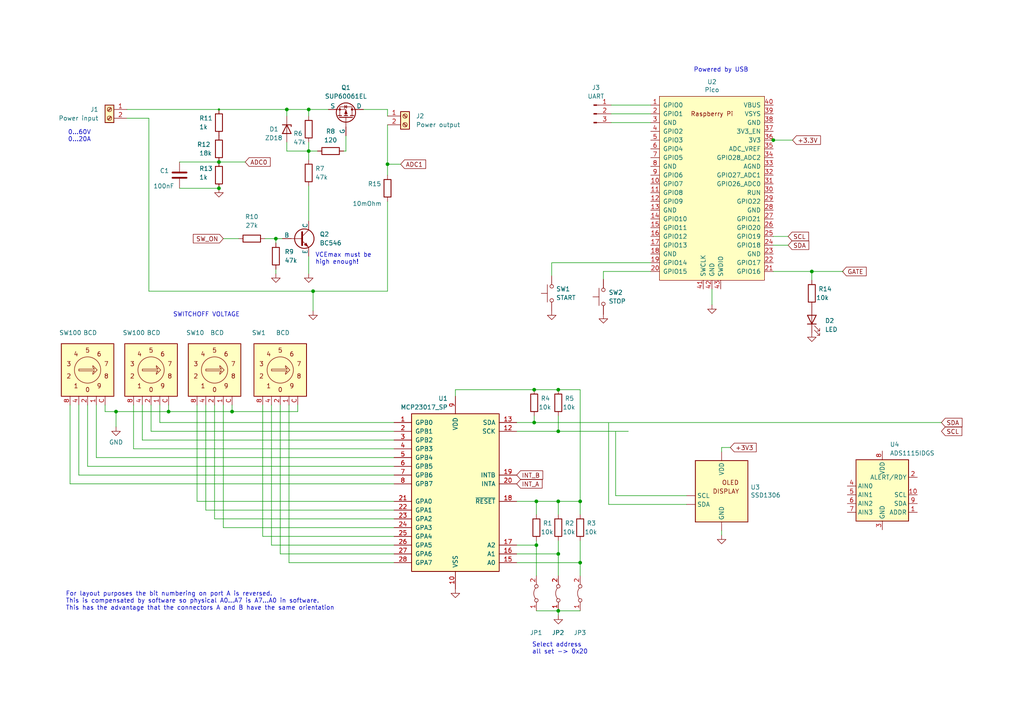
<source format=kicad_sch>
(kicad_sch (version 20230121) (generator eeschema)
  (paper "A4")
  (lib_symbols
    (symbol "Analog_ADC:ADS1115IDGS"
      (property "Reference" "U" (at 2.54 13.97 0))
      (property "Value" "ADS1115IDGS" (at 7.62 11.43 0))
      (symbol "ADS1115IDGS_0_1"
        (rectangle (start -7.62 10.16) (end 7.62 -7.62) (stroke (width 0.254)) (fill (type background)))
      )
      (symbol "ADS1115IDGS_1_1"
        (pin input line (at 10.16 -5.08 180) (length 2.54) (name "ADDR") (number "1"))
        (pin input line (at 10.16 0 180) (length 2.54) (name "SCL") (number "10"))
        (pin output line (at 10.16 5.08 180) (length 2.54) (name "ALERT/RDY") (number "2"))
        (pin power_in line (at 0 -10.16 90) (length 2.54) (name "GND") (number "3"))
        (pin input line (at -10.16 2.54 0) (length 2.54) (name "AIN0") (number "4"))
        (pin input line (at -10.16 0 0) (length 2.54) (name "AIN1") (number "5"))
        (pin input line (at -10.16 -2.54 0) (length 2.54) (name "AIN2") (number "6"))
        (pin input line (at -10.16 -5.08 0) (length 2.54) (name "AIN3") (number "7"))
        (pin power_in line (at 0 12.7 270) (length 2.54) (name "VDD") (number "8"))
        (pin bidirectional line (at 10.16 -2.54 180) (length 2.54) (name "SDA") (number "9"))
      )
    )
    (symbol "Connector:Conn_01x03_Pin" (pin_names (offset 1.016) hide)
      (property "Reference" "J" (at 0 5.08 0))
      (property "Value" "Conn_01x03_Pin" (at 0 -5.08 0))
      (symbol "Conn_01x03_Pin_1_1"
        (polyline (pts (xy 1.27 -2.54) (xy 0.8636 -2.54)) (stroke (width 0.1524)))
        (polyline (pts (xy 1.27 0) (xy 0.8636 0)) (stroke (width 0.1524)))
        (polyline (pts (xy 1.27 2.54) (xy 0.8636 2.54)) (stroke (width 0.1524)))
        (rectangle (start 0.8636 -2.413) (end 0 -2.667) (stroke (width 0.1524)) (fill (type outline)))
        (rectangle (start 0.8636 0.127) (end 0 -0.127) (stroke (width 0.1524)) (fill (type outline)))
        (rectangle (start 0.8636 2.667) (end 0 2.413) (stroke (width 0.1524)) (fill (type outline)))
        (pin passive line (at 5.08 2.54 180) (length 3.81) (name "Pin_1") (number "1"))
        (pin passive line (at 5.08 0 180) (length 3.81) (name "Pin_2") (number "2"))
        (pin passive line (at 5.08 -2.54 180) (length 3.81) (name "Pin_3") (number "3"))
      )
    )
    (symbol "Connector:Screw_Terminal_01x02" (pin_names (offset 1.016) hide)
      (property "Reference" "J" (at 0 2.54 0))
      (property "Value" "Screw_Terminal_01x02" (at 0 -5.08 0))
      (symbol "Screw_Terminal_01x02_1_1"
        (rectangle (start -1.27 1.27) (end 1.27 -3.81) (stroke (width 0.254)) (fill (type background)))
        (circle (center 0 -2.54) (radius 0.635) (stroke (width 0.1524)))
        (polyline (pts (xy -0.5334 -2.2098) (xy 0.3302 -3.048)) (stroke (width 0.1524)))
        (polyline (pts (xy -0.5334 0.3302) (xy 0.3302 -0.508)) (stroke (width 0.1524)))
        (polyline (pts (xy -0.3556 -2.032) (xy 0.508 -2.8702)) (stroke (width 0.1524)))
        (polyline (pts (xy -0.3556 0.508) (xy 0.508 -0.3302)) (stroke (width 0.1524)))
        (circle (center 0 0) (radius 0.635) (stroke (width 0.1524)))
        (pin passive line (at -5.08 0 0) (length 3.81) (name "Pin_1") (number "1"))
        (pin passive line (at -5.08 -2.54 0) (length 3.81) (name "Pin_2") (number "2"))
      )
    )
    (symbol "Device:C" (pin_numbers hide) (pin_names (offset 0.254))
      (property "Reference" "C" (at 0.635 2.54 0))
      (property "Value" "C" (at 0.635 -2.54 0))
      (symbol "C_0_1"
        (polyline (pts (xy -2.032 -0.762) (xy 2.032 -0.762)) (stroke (width 0.508)))
        (polyline (pts (xy -2.032 0.762) (xy 2.032 0.762)) (stroke (width 0.508)))
      )
      (symbol "C_1_1"
        (pin passive line (at 0 3.81 270) (length 2.794) (name "~") (number "1"))
        (pin passive line (at 0 -3.81 90) (length 2.794) (name "~") (number "2"))
      )
    )
    (symbol "Device:D_Zener" (pin_numbers hide) (pin_names (offset 1.016) hide)
      (property "Reference" "D" (at 0 2.54 0))
      (property "Value" "D_Zener" (at 0 -2.54 0))
      (symbol "D_Zener_0_1"
        (polyline (pts (xy 1.27 0) (xy -1.27 0)))
        (polyline (pts (xy -1.27 -1.27) (xy -1.27 1.27) (xy -0.762 1.27)) (stroke (width 0.254)))
        (polyline (pts (xy 1.27 -1.27) (xy 1.27 1.27) (xy -1.27 0) (xy 1.27 -1.27)) (stroke (width 0.254)))
      )
      (symbol "D_Zener_1_1"
        (pin passive line (at -3.81 0 0) (length 2.54) (name "K") (number "1"))
        (pin passive line (at 3.81 0 180) (length 2.54) (name "A") (number "2"))
      )
    )
    (symbol "Device:LED" (pin_numbers hide) (pin_names (offset 1.016) hide)
      (property "Reference" "D" (at 0 2.54 0))
      (property "Value" "LED" (at 0 -2.54 0))
      (symbol "LED_0_1"
        (polyline (pts (xy -1.27 -1.27) (xy -1.27 1.27)) (stroke (width 0.254)))
        (polyline (pts (xy -1.27 0) (xy 1.27 0)))
        (polyline (pts (xy 1.27 -1.27) (xy 1.27 1.27) (xy -1.27 0) (xy 1.27 -1.27)) (stroke (width 0.254)))
        (polyline (pts (xy -3.048 -0.762) (xy -4.572 -2.286) (xy -3.81 -2.286) (xy -4.572 -2.286) (xy -4.572 -1.524)))
        (polyline (pts (xy -1.778 -0.762) (xy -3.302 -2.286) (xy -2.54 -2.286) (xy -3.302 -2.286) (xy -3.302 -1.524)))
      )
      (symbol "LED_1_1"
        (pin passive line (at -3.81 0 0) (length 2.54) (name "K") (number "1"))
        (pin passive line (at 3.81 0 180) (length 2.54) (name "A") (number "2"))
      )
    )
    (symbol "Device:R" (pin_numbers hide) (pin_names (offset 0))
      (property "Reference" "R" (at 2.032 0 90))
      (property "Value" "R" (at 0 0 90))
      (symbol "R_0_1"
        (rectangle (start -1.016 -2.54) (end 1.016 2.54) (stroke (width 0.254)))
      )
      (symbol "R_1_1"
        (pin passive line (at 0 3.81 270) (length 1.27) (name "~") (number "1"))
        (pin passive line (at 0 -3.81 90) (length 1.27) (name "~") (number "2"))
      )
    )
    (symbol "Interface_Expansion:MCP23017_SP" (pin_names (offset 1.016))
      (property "Reference" "U" (at -11.43 24.13 0))
      (property "Value" "MCP23017_SP" (at 0 0 0))
      (symbol "MCP23017_SP_0_1"
        (rectangle (start -12.7 22.86) (end 12.7 -22.86) (stroke (width 0.254)) (fill (type background)))
      )
      (symbol "MCP23017_SP_1_1"
        (pin bidirectional line (at 17.78 20.32 180) (length 5.08) (name "GPB0") (number "1"))
        (pin power_in line (at 0 -27.94 90) (length 5.08) (name "VSS") (number "10"))
        (pin no_connect line (at -12.7 15.24 0) (length 5.08) hide (name "NC") (number "11"))
        (pin input line (at -17.78 17.78 0) (length 5.08) (name "SCK") (number "12"))
        (pin bidirectional line (at -17.78 20.32 0) (length 5.08) (name "SDA") (number "13"))
        (pin no_connect line (at -12.7 12.7 0) (length 5.08) hide (name "NC") (number "14"))
        (pin input line (at -17.78 -20.32 0) (length 5.08) (name "A0") (number "15"))
        (pin input line (at -17.78 -17.78 0) (length 5.08) (name "A1") (number "16"))
        (pin input line (at -17.78 -15.24 0) (length 5.08) (name "A2") (number "17"))
        (pin input line (at -17.78 -2.54 0) (length 5.08) (name "~{RESET}") (number "18"))
        (pin tri_state line (at -17.78 5.08 0) (length 5.08) (name "INTB") (number "19"))
        (pin bidirectional line (at 17.78 17.78 180) (length 5.08) (name "GPB1") (number "2"))
        (pin tri_state line (at -17.78 2.54 0) (length 5.08) (name "INTA") (number "20"))
        (pin bidirectional line (at 17.78 -2.54 180) (length 5.08) (name "GPA0") (number "21"))
        (pin bidirectional line (at 17.78 -5.08 180) (length 5.08) (name "GPA1") (number "22"))
        (pin bidirectional line (at 17.78 -7.62 180) (length 5.08) (name "GPA2") (number "23"))
        (pin bidirectional line (at 17.78 -10.16 180) (length 5.08) (name "GPA3") (number "24"))
        (pin bidirectional line (at 17.78 -12.7 180) (length 5.08) (name "GPA4") (number "25"))
        (pin bidirectional line (at 17.78 -15.24 180) (length 5.08) (name "GPA5") (number "26"))
        (pin bidirectional line (at 17.78 -17.78 180) (length 5.08) (name "GPA6") (number "27"))
        (pin bidirectional line (at 17.78 -20.32 180) (length 5.08) (name "GPA7") (number "28"))
        (pin bidirectional line (at 17.78 15.24 180) (length 5.08) (name "GPB2") (number "3"))
        (pin bidirectional line (at 17.78 12.7 180) (length 5.08) (name "GPB3") (number "4"))
        (pin bidirectional line (at 17.78 10.16 180) (length 5.08) (name "GPB4") (number "5"))
        (pin bidirectional line (at 17.78 7.62 180) (length 5.08) (name "GPB5") (number "6"))
        (pin bidirectional line (at 17.78 5.08 180) (length 5.08) (name "GPB6") (number "7"))
        (pin bidirectional line (at 17.78 2.54 180) (length 5.08) (name "GPB7") (number "8"))
        (pin power_in line (at 0 27.94 270) (length 5.08) (name "VDD") (number "9"))
      )
    )
    (symbol "Jumper:Jumper_2_Bridged" (pin_names (offset 0) hide)
      (property "Reference" "JP" (at 0 1.905 0))
      (property "Value" "Jumper_2_Bridged" (at 0 -2.54 0))
      (symbol "Jumper_2_Bridged_0_0"
        (circle (center -2.032 0) (radius 0.508))
        (circle (center 2.032 0) (radius 0.508))
      )
      (symbol "Jumper_2_Bridged_0_1"
        (arc (start 1.524 0.254) (mid 0 0.762) (end -1.524 0.254))
      )
      (symbol "Jumper_2_Bridged_1_1"
        (pin passive line (at -5.08 0 0) (length 2.54) (name "A") (number "1"))
        (pin passive line (at 5.08 0 180) (length 2.54) (name "B") (number "2"))
      )
    )
    (symbol "Simulation_SPICE:NPN" (pin_numbers hide) (pin_names (offset 0))
      (property "Reference" "Q" (at -2.54 7.62 0))
      (property "Value" "NPN" (at -2.54 5.08 0))
      (symbol "NPN_0_1"
        (polyline (pts (xy -2.54 0) (xy 0.635 0)) (stroke (width 0.1524)))
        (polyline (pts (xy 0.635 0.635) (xy 2.54 2.54)))
        (polyline (pts (xy 2.794 -1.27) (xy 2.794 -1.27)) (stroke (width 0.1524)))
        (polyline (pts (xy 2.794 -1.27) (xy 2.794 -1.27)) (stroke (width 0.1524)))
        (polyline (pts (xy 0.635 -0.635) (xy 2.54 -2.54) (xy 2.54 -2.54)))
        (polyline (pts (xy 0.635 1.905) (xy 0.635 -1.905) (xy 0.635 -1.905)) (stroke (width 0.508)))
        (polyline (pts (xy 1.27 -1.778) (xy 1.778 -1.27) (xy 2.286 -2.286) (xy 1.27 -1.778) (xy 1.27 -1.778)) (fill (type outline)))
        (circle (center 1.27 0) (radius 2.8194) (stroke (width 0.254)))
      )
      (symbol "NPN_1_1"
        (pin open_collector line (at 2.54 5.08 270) (length 2.54) (name "C") (number "1"))
        (pin input line (at -5.08 0 0) (length 2.54) (name "B") (number "2"))
        (pin open_emitter line (at 2.54 -5.08 90) (length 2.54) (name "E") (number "3"))
      )
    )
    (symbol "Simulation_SPICE:PMOS" (pin_numbers hide) (pin_names (offset 0))
      (property "Reference" "Q" (at 5.08 1.27 0))
      (property "Value" "PMOS" (at 5.08 -1.27 0))
      (symbol "PMOS_0_1"
        (polyline (pts (xy 0.254 0) (xy -2.54 0)))
        (polyline (pts (xy 0.254 1.905) (xy 0.254 -1.905)) (stroke (width 0.254)))
        (polyline (pts (xy 0.762 -1.27) (xy 0.762 -2.286)) (stroke (width 0.254)))
        (polyline (pts (xy 0.762 0.508) (xy 0.762 -0.508)) (stroke (width 0.254)))
        (polyline (pts (xy 0.762 2.286) (xy 0.762 1.27)) (stroke (width 0.254)))
        (polyline (pts (xy 2.54 2.54) (xy 2.54 1.778)))
        (polyline (pts (xy 2.54 -2.54) (xy 2.54 0) (xy 0.762 0)))
        (polyline (pts (xy 0.762 1.778) (xy 3.302 1.778) (xy 3.302 -1.778) (xy 0.762 -1.778)))
        (polyline (pts (xy 2.286 0) (xy 1.27 0.381) (xy 1.27 -0.381) (xy 2.286 0)) (fill (type outline)))
        (polyline (pts (xy 2.794 -0.508) (xy 2.921 -0.381) (xy 3.683 -0.381) (xy 3.81 -0.254)))
        (polyline (pts (xy 3.302 -0.381) (xy 2.921 0.254) (xy 3.683 0.254) (xy 3.302 -0.381)))
        (circle (center 1.651 0) (radius 2.794) (stroke (width 0.254)))
        (circle (center 2.54 -1.778) (radius 0.254) (fill (type outline)))
        (circle (center 2.54 1.778) (radius 0.254) (fill (type outline)))
      )
      (symbol "PMOS_1_1"
        (pin passive line (at 2.54 5.08 270) (length 2.54) (name "D") (number "1"))
        (pin input line (at -5.08 0 0) (length 2.54) (name "G") (number "2"))
        (pin passive line (at 2.54 -5.08 90) (length 2.54) (name "S") (number "3"))
      )
    )
    (symbol "Switch:SW_Coded_SH-7030" (pin_names hide)
      (property "Reference" "SW" (at -7.62 8.89 0))
      (property "Value" "SW_Coded_SH-7030" (at -7.62 -8.89 0))
      (symbol "SW_Coded_SH-7030_0_0"
        (text "0" (at 5.715 0 2700) (effects (font (size 1.27 1.27))))
        (text "1" (at 4.6228 -3.3528 2340) (effects (font (size 1.27 1.27))))
        (text "2" (at 1.778 -5.4356 1980) (effects (font (size 1.27 1.27))))
        (text "3" (at -1.778 -5.4356 1620) (effects (font (size 1.27 1.27))))
        (text "4" (at -4.6228 -3.3528 1260) (effects (font (size 1.27 1.27))))
        (text "5" (at -5.715 0 900) (effects (font (size 1.27 1.27))))
        (text "6" (at -4.6228 3.3528 540) (effects (font (size 1.27 1.27))))
        (text "7" (at -1.778 5.4356 180) (effects (font (size 1.27 1.27))))
        (text "8" (at 1.778 5.4356 3420) (effects (font (size 1.27 1.27))))
        (text "9" (at 4.6228 3.3528 3060) (effects (font (size 1.27 1.27))))
      )
      (symbol "SW_Coded_SH-7030_0_1"
        (polyline (pts (xy -0.254 -2.54) (xy -0.254 2.032) (xy -0.762 1.524) (xy -1.27 1.524) (xy 0 2.794) (xy 1.27 1.524) (xy 0.762 1.524) (xy 0.254 2.032) (xy 0.254 -2.54) (xy -0.254 -2.54) (xy -0.254 -2.54)))
        (circle (center 0 0) (radius 3.81))
        (rectangle (start 7.62 7.62) (end -7.62 -7.62) (stroke (width 0.254)) (fill (type background)))
      )
      (symbol "SW_Coded_SH-7030_1_1"
        (pin passive line (at 10.16 2.54 180) (length 2.54) (name "1") (number "1"))
        (pin passive line (at 10.16 0 180) (length 2.54) (name "2") (number "2"))
        (pin passive line (at 10.16 -2.54 180) (length 2.54) (name "4") (number "4"))
        (pin passive line (at 10.16 -5.08 180) (length 2.54) (name "8") (number "8"))
        (pin passive line (at 10.16 5.08 180) (length 2.54) (name "C") (number "C"))
      )
    )
    (symbol "Switch:SW_Push" (pin_numbers hide) (pin_names (offset 1.016) hide)
      (property "Reference" "SW" (at 1.27 2.54 0))
      (property "Value" "SW_Push" (at 0 -1.524 0))
      (symbol "SW_Push_0_1"
        (circle (center -2.032 0) (radius 0.508))
        (polyline (pts (xy 0 1.27) (xy 0 3.048)))
        (polyline (pts (xy 2.54 1.27) (xy -2.54 1.27)))
        (circle (center 2.032 0) (radius 0.508))
        (pin passive line (at -5.08 0 0) (length 2.54) (name "1") (number "1"))
        (pin passive line (at 5.08 0 180) (length 2.54) (name "2") (number "2"))
      )
    )
    (symbol "analogger-rescue:SH1106-oled" (pin_numbers hide)
      (property "Reference" "U" (at 2.54 13.97 0))
      (property "Value" "oled_SH1106" (at 7.62 11.43 0))
      (symbol "SH1106-oled_0_0"
        (text "DISPLAY" (at -1.27 1.27 0) (effects (font (size 1.27 1.27))))
        (text "OLED" (at -2.54 3.81 0) (effects (font (size 1.27 1.27))))
      )
      (symbol "SH1106-oled_0_1"
        (rectangle (start -7.62 10.16) (end 7.62 -7.62) (stroke (width 0.254)) (fill (type background)))
      )
      (symbol "SH1106-oled_1_1"
        (pin input line (at 10.16 0 180) (length 2.54) (name "SCL") (number "10"))
        (pin power_in line (at 0 -10.16 90) (length 2.54) (name "GND") (number "3"))
        (pin power_in line (at 0 12.7 270) (length 2.54) (name "VDD") (number "8"))
        (pin bidirectional line (at 10.16 -2.54 180) (length 2.54) (name "SDA") (number "9"))
      )
    )
    (symbol "power:GND" (power) (pin_names (offset 0))
      (property "Value" "GND" (at 0 -3.81 0))
      (symbol "GND_0_1"
        (polyline (pts (xy 0 0) (xy 0 -1.27) (xy 1.27 -1.27) (xy 0 -2.54) (xy -1.27 -1.27) (xy 0 -1.27)))
      )
      (symbol "GND_1_1"
        (pin power_in line (at 0 0 270) (length 0) hide (name "GND") (number "1"))
      )
    )
    (symbol "swiss_01a-rescue:Pico-Raspi_Pico" (pin_names (offset 1.016))
      (property "Reference" "U" (at -13.97 27.94 0))
      (property "Value" "Raspi_Pico_Pico" (at 0 19.05 0))
      (symbol "Pico-Raspi_Pico_0_0"
        (text "Raspberry Pi" (at 0 21.59 0) (effects (font (size 1.27 1.27))))
      )
      (symbol "Pico-Raspi_Pico_0_1"
        (rectangle (start -15.24 26.67) (end 15.24 -26.67) (fill (type background)))
      )
      (symbol "Pico-Raspi_Pico_1_1"
        (pin bidirectional line (at -17.78 24.13 0) (length 2.54) (name "GPIO0") (number "1"))
        (pin bidirectional line (at -17.78 1.27 0) (length 2.54) (name "GPIO7") (number "10"))
        (pin bidirectional line (at -17.78 -1.27 0) (length 2.54) (name "GPIO8") (number "11"))
        (pin bidirectional line (at -17.78 -3.81 0) (length 2.54) (name "GPIO9") (number "12"))
        (pin power_in line (at -17.78 -6.35 0) (length 2.54) (name "GND") (number "13"))
        (pin bidirectional line (at -17.78 -8.89 0) (length 2.54) (name "GPIO10") (number "14"))
        (pin bidirectional line (at -17.78 -11.43 0) (length 2.54) (name "GPIO11") (number "15"))
        (pin bidirectional line (at -17.78 -13.97 0) (length 2.54) (name "GPIO12") (number "16"))
        (pin bidirectional line (at -17.78 -16.51 0) (length 2.54) (name "GPIO13") (number "17"))
        (pin power_in line (at -17.78 -19.05 0) (length 2.54) (name "GND") (number "18"))
        (pin bidirectional line (at -17.78 -21.59 0) (length 2.54) (name "GPIO14") (number "19"))
        (pin bidirectional line (at -17.78 21.59 0) (length 2.54) (name "GPIO1") (number "2"))
        (pin bidirectional line (at -17.78 -24.13 0) (length 2.54) (name "GPIO15") (number "20"))
        (pin bidirectional line (at 17.78 -24.13 180) (length 2.54) (name "GPIO16") (number "21"))
        (pin bidirectional line (at 17.78 -21.59 180) (length 2.54) (name "GPIO17") (number "22"))
        (pin power_in line (at 17.78 -19.05 180) (length 2.54) (name "GND") (number "23"))
        (pin bidirectional line (at 17.78 -16.51 180) (length 2.54) (name "GPIO18") (number "24"))
        (pin bidirectional line (at 17.78 -13.97 180) (length 2.54) (name "GPIO19") (number "25"))
        (pin bidirectional line (at 17.78 -11.43 180) (length 2.54) (name "GPIO20") (number "26"))
        (pin bidirectional line (at 17.78 -8.89 180) (length 2.54) (name "GPIO21") (number "27"))
        (pin power_in line (at 17.78 -6.35 180) (length 2.54) (name "GND") (number "28"))
        (pin bidirectional line (at 17.78 -3.81 180) (length 2.54) (name "GPIO22") (number "29"))
        (pin power_in line (at -17.78 19.05 0) (length 2.54) (name "GND") (number "3"))
        (pin input line (at 17.78 -1.27 180) (length 2.54) (name "RUN") (number "30"))
        (pin bidirectional line (at 17.78 1.27 180) (length 2.54) (name "GPIO26_ADC0") (number "31"))
        (pin bidirectional line (at 17.78 3.81 180) (length 2.54) (name "GPIO27_ADC1") (number "32"))
        (pin power_in line (at 17.78 6.35 180) (length 2.54) (name "AGND") (number "33"))
        (pin bidirectional line (at 17.78 8.89 180) (length 2.54) (name "GPIO28_ADC2") (number "34"))
        (pin unspecified line (at 17.78 11.43 180) (length 2.54) (name "ADC_VREF") (number "35"))
        (pin unspecified line (at 17.78 13.97 180) (length 2.54) (name "3V3") (number "36"))
        (pin input line (at 17.78 16.51 180) (length 2.54) (name "3V3_EN") (number "37"))
        (pin bidirectional line (at 17.78 19.05 180) (length 2.54) (name "GND") (number "38"))
        (pin unspecified line (at 17.78 21.59 180) (length 2.54) (name "VSYS") (number "39"))
        (pin bidirectional line (at -17.78 16.51 0) (length 2.54) (name "GPIO2") (number "4"))
        (pin unspecified line (at 17.78 24.13 180) (length 2.54) (name "VBUS") (number "40"))
        (pin input line (at -2.54 -29.21 90) (length 2.54) (name "SWCLK") (number "41"))
        (pin power_in line (at 0 -29.21 90) (length 2.54) (name "GND") (number "42"))
        (pin bidirectional line (at 2.54 -29.21 90) (length 2.54) (name "SWDIO") (number "43"))
        (pin bidirectional line (at -17.78 13.97 0) (length 2.54) (name "GPIO3") (number "5"))
        (pin bidirectional line (at -17.78 11.43 0) (length 2.54) (name "GPIO4") (number "6"))
        (pin bidirectional line (at -17.78 8.89 0) (length 2.54) (name "GPIO5") (number "7"))
        (pin power_in line (at -17.78 6.35 0) (length 2.54) (name "GND") (number "8"))
        (pin bidirectional line (at -17.78 3.81 0) (length 2.54) (name "GPIO6") (number "9"))
      )
    )
  )
  (junction (at 154.94 113.03))
  (junction (at 161.925 145.415))
  (junction (at 235.458 78.74))
  (junction (at 89.535 43.815))
  (junction (at 161.925 113.03))
  (junction (at 83.185 31.75))
  (junction (at 224.282 40.64))
  (junction (at 90.805 84.455))
  (junction (at 67.31 119.38))
  (junction (at 155.575 145.415))
  (junction (at 168.275 163.195))
  (junction (at 161.925 125.095))
  (junction (at 63.5 46.99))
  (junction (at 48.895 119.38))
  (junction (at 80.01 69.215))
  (junction (at 155.575 158.115))
  (junction (at 33.655 119.38))
  (junction (at 63.5 31.75) (diameter 0.5))
  (junction (at 89.535 31.75))
  (junction (at 63.5 54.61))
  (junction (at 112.395 47.625))
  (junction (at 168.275 145.415))
  (junction (at 161.925 160.655))
  (junction (at 154.94 122.555))
  (junction (at 161.925 177.165))
  (wire (pts (xy 168.275 163.195) (xy 168.275 156.845)))
  (wire (pts (xy 168.275 163.195) (xy 168.275 167.005)))
  (wire (pts (xy 209.296 153.924) (xy 209.296 155.194)))
  (wire (pts (xy 154.94 122.555) (xy 273.05 122.555)))
  (wire (pts (xy 83.185 41.275) (xy 83.185 43.815)))
  (wire (pts (xy 114.3 163.195) (xy 83.82 163.195)))
  (wire (pts (xy 177.292 33.02) (xy 188.722 33.02)))
  (wire (pts (xy 76.2 155.575) (xy 76.2 117.475)))
  (wire (pts (xy 64.77 69.215) (xy 69.215 69.215)))
  (wire (pts (xy 211.836 129.794) (xy 209.296 129.794)))
  (wire (pts (xy 20.32 140.335) (xy 20.32 117.475)))
  (wire (pts (xy 114.3 132.715) (xy 27.94 132.715)))
  (wire (pts (xy 83.185 31.75) (xy 83.185 33.655)))
  (wire (pts (xy 80.01 69.215) (xy 80.01 70.485)))
  (wire (pts (xy 229.87 40.64) (xy 224.282 40.64)))
  (wire (pts (xy 89.535 53.975) (xy 89.535 64.135)))
  (wire (pts (xy 154.94 113.03) (xy 161.925 113.03)))
  (wire (pts (xy 62.23 150.495) (xy 62.23 117.475)))
  (wire (pts (xy 86.36 119.38) (xy 67.31 119.38)))
  (wire (pts (xy 80.01 78.105) (xy 80.01 79.375)))
  (wire (pts (xy 209.296 129.794) (xy 209.296 131.064)))
  (wire (pts (xy 112.395 84.455) (xy 90.805 84.455)))
  (wire (pts (xy 161.925 177.165) (xy 161.925 178.435)))
  (wire (pts (xy 112.395 31.75) (xy 105.41 31.75)))
  (wire (pts (xy 168.275 149.225) (xy 168.275 145.415)))
  (wire (pts (xy 161.925 145.415) (xy 161.925 149.225)))
  (wire (pts (xy 112.395 33.655) (xy 112.395 31.75)))
  (wire (pts (xy 100.33 43.815) (xy 100.33 39.37)))
  (wire (pts (xy 155.575 158.115) (xy 155.575 167.005)))
  (wire (pts (xy 43.18 34.29) (xy 43.18 84.455)))
  (wire (pts (xy 114.3 127.635) (xy 41.275 127.635)))
  (wire (pts (xy 89.535 31.75) (xy 83.185 31.75)))
  (wire (pts (xy 112.395 36.195) (xy 112.395 47.625)))
  (wire (pts (xy 48.895 117.475) (xy 48.895 119.38)))
  (wire (pts (xy 177.292 30.48) (xy 188.722 30.48)))
  (wire (pts (xy 46.355 122.555) (xy 46.355 117.475)))
  (wire (pts (xy 112.395 58.42) (xy 112.395 84.455)))
  (wire (pts (xy 188.722 76.2) (xy 160.02 76.2)))
  (wire (pts (xy 161.925 145.415) (xy 155.575 145.415)))
  (wire (pts (xy 161.925 177.165) (xy 168.275 177.165)))
  (wire (pts (xy 63.5 31.75) (xy 83.185 31.75)))
  (wire (pts (xy 57.15 145.415) (xy 57.15 117.475)))
  (wire (pts (xy 38.735 130.175) (xy 38.735 117.475)))
  (wire (pts (xy 95.25 31.75) (xy 89.535 31.75)))
  (wire (pts (xy 161.925 120.65) (xy 161.925 125.095)))
  (wire (pts (xy 33.655 119.38) (xy 33.655 123.825)))
  (wire (pts (xy 89.535 31.75) (xy 89.535 33.655)))
  (wire (pts (xy 67.31 117.475) (xy 67.31 119.38)))
  (wire (pts (xy 64.77 153.035) (xy 64.77 117.475)))
  (wire (pts (xy 132.08 113.03) (xy 132.08 114.935)))
  (wire (pts (xy 43.815 125.095) (xy 43.815 117.475)))
  (wire (pts (xy 149.86 160.655) (xy 161.925 160.655)))
  (wire (pts (xy 59.69 147.955) (xy 59.69 117.475)))
  (wire (pts (xy 48.895 119.38) (xy 33.655 119.38)))
  (wire (pts (xy 168.275 145.415) (xy 161.925 145.415)))
  (wire (pts (xy 199.136 146.304) (xy 176.53 146.304)))
  (wire (pts (xy 33.655 119.38) (xy 30.48 119.38)))
  (wire (pts (xy 114.3 130.175) (xy 38.735 130.175)))
  (wire (pts (xy 114.3 137.795) (xy 22.86 137.795)))
  (wire (pts (xy 224.282 71.12) (xy 228.6 71.12)))
  (wire (pts (xy 112.395 47.625) (xy 112.395 50.8)))
  (wire (pts (xy 235.458 78.74) (xy 235.458 81.28)))
  (wire (pts (xy 178.562 125.222) (xy 178.562 143.764)))
  (wire (pts (xy 90.805 84.455) (xy 43.18 84.455)))
  (wire (pts (xy 114.3 155.575) (xy 76.2 155.575)))
  (wire (pts (xy 206.502 83.82) (xy 206.502 88.392)))
  (wire (pts (xy 76.835 69.215) (xy 80.01 69.215)))
  (wire (pts (xy 154.94 120.65) (xy 154.94 122.555)))
  (wire (pts (xy 168.275 113.03) (xy 168.275 145.415)))
  (wire (pts (xy 63.5 46.99) (xy 71.12 46.99)))
  (wire (pts (xy 41.275 127.635) (xy 41.275 117.475)))
  (wire (pts (xy 224.282 68.58) (xy 228.6 68.58)))
  (wire (pts (xy 161.925 160.655) (xy 161.925 156.845)))
  (wire (pts (xy 149.86 158.115) (xy 155.575 158.115)))
  (wire (pts (xy 80.01 69.215) (xy 81.915 69.215)))
  (wire (pts (xy 199.136 143.764) (xy 178.562 143.764)))
  (wire (pts (xy 149.86 125.095) (xy 161.925 125.095)))
  (wire (pts (xy 160.02 76.2) (xy 160.02 80.01)))
  (wire (pts (xy 36.83 31.75) (xy 63.5 31.75)))
  (wire (pts (xy 161.925 113.03) (xy 168.275 113.03)))
  (wire (pts (xy 224.282 78.74) (xy 235.458 78.74)))
  (wire (pts (xy 112.395 47.625) (xy 116.205 47.625)))
  (wire (pts (xy 155.575 145.415) (xy 149.86 145.415)))
  (wire (pts (xy 114.3 145.415) (xy 57.15 145.415)))
  (wire (pts (xy 83.185 43.815) (xy 89.535 43.815)))
  (wire (pts (xy 52.07 54.61) (xy 63.5 54.61)))
  (wire (pts (xy 114.3 125.095) (xy 43.815 125.095)))
  (wire (pts (xy 67.31 119.38) (xy 48.895 119.38)))
  (wire (pts (xy 43.18 34.29) (xy 36.83 34.29)))
  (wire (pts (xy 89.535 43.815) (xy 92.075 43.815)))
  (wire (pts (xy 90.805 84.455) (xy 90.805 90.17)))
  (wire (pts (xy 155.575 158.115) (xy 155.575 156.845)))
  (wire (pts (xy 114.3 147.955) (xy 59.69 147.955)))
  (wire (pts (xy 25.4 135.255) (xy 25.4 117.475)))
  (wire (pts (xy 78.74 158.115) (xy 78.74 117.475)))
  (wire (pts (xy 224.282 40.64) (xy 224.155 40.64)))
  (wire (pts (xy 27.94 132.715) (xy 27.94 117.475)))
  (wire (pts (xy 114.3 160.655) (xy 81.28 160.655)))
  (wire (pts (xy 114.3 122.555) (xy 46.355 122.555)))
  (wire (pts (xy 175.006 78.74) (xy 188.722 78.74)))
  (wire (pts (xy 161.925 160.655) (xy 161.925 167.005)))
  (wire (pts (xy 114.3 158.115) (xy 78.74 158.115)))
  (wire (pts (xy 155.575 145.415) (xy 155.575 149.225)))
  (wire (pts (xy 114.3 140.335) (xy 20.32 140.335)))
  (wire (pts (xy 177.292 35.56) (xy 188.722 35.56)))
  (wire (pts (xy 86.36 117.475) (xy 86.36 119.38)))
  (wire (pts (xy 175.006 81.026) (xy 175.006 78.74)))
  (wire (pts (xy 89.535 43.815) (xy 89.535 46.355)))
  (wire (pts (xy 176.53 122.682) (xy 176.53 146.304)))
  (wire (pts (xy 89.535 41.275) (xy 89.535 43.815)))
  (wire (pts (xy 149.86 163.195) (xy 168.275 163.195)))
  (wire (pts (xy 114.3 153.035) (xy 64.77 153.035)))
  (wire (pts (xy 52.07 46.99) (xy 63.5 46.99)))
  (wire (pts (xy 161.925 125.095) (xy 182.245 125.095)))
  (wire (pts (xy 114.3 150.495) (xy 62.23 150.495)))
  (wire (pts (xy 81.28 160.655) (xy 81.28 117.475)))
  (wire (pts (xy 149.86 122.555) (xy 154.94 122.555)))
  (wire (pts (xy 114.3 135.255) (xy 25.4 135.255)))
  (wire (pts (xy 89.535 74.295) (xy 89.535 79.375)))
  (wire (pts (xy 235.458 78.74) (xy 244.602 78.74)))
  (wire (pts (xy 83.82 163.195) (xy 83.82 117.475)))
  (wire (pts (xy 132.08 113.03) (xy 154.94 113.03)))
  (wire (pts (xy 99.695 43.815) (xy 100.33 43.815)))
  (wire (pts (xy 30.48 119.38) (xy 30.48 117.475)))
  (wire (pts (xy 22.86 137.795) (xy 22.86 117.475)))
  (wire (pts (xy 155.575 177.165) (xy 161.925 177.165)))
  (text "Select address\nall set -> 0x20" (at 154.305 189.865 0) (effects (font (size 1.27 1.27)) (justify left bottom)))
  (text "VCEmax must be \nhigh enough!" (at 91.44 76.835 0) (effects (font (size 1.27 1.27)) (justify left bottom)))
  (text "0...60V\n0...20A" (at 19.685 41.275 0) (effects (font (size 1.27 1.27)) (justify left bottom)))
  (text "For layout purposes the bit numbering on port A is reversed.\nThis is compensated by software so physical A0...A7 is A7...A0 in software.\nThis has the advantage that the connectors A and B have the same orientation\n" (at 19.05 177.165 0) (effects (font (size 1.27 1.27)) (justify left bottom)))
  (text "SWITCHOFF VOLTAGE" (at 50.165 92.075 0) (effects (font (size 1.27 1.27)) (justify left bottom)))
  (text "Powered by USB" (at 201.168 21.082 0) (effects (font (size 1.27 1.27)) (justify left bottom)))
  (global_label "+3.3V" (shape input) (at 229.87 40.64 0) (property "Intersheetrefs" "${INTERSHEET_REFS}" (effects hide)))
  (global_label "SCL" (shape input) (at 228.6 68.58 0) (property "Intersheetrefs" "${INTERSHEET_REFS}" (effects hide)))
  (global_label "INT_A" (shape input) (at 149.86 140.335 0) (property "Intersheetrefs" "${INTERSHEET_REFS}" (effects hide)))
  (global_label "ADC1" (shape input) (at 116.205 47.625 0) (property "Intersheetrefs" "${INTERSHEET_REFS}" (effects hide)))
  (global_label "GATE" (shape input) (at 244.348 78.74 0) (property "Intersheetrefs" "${INTERSHEET_REFS}" (effects hide)))
  (global_label "+3V3" (shape input) (at 211.836 129.794 0) (property "Intersheetrefs" "${INTERSHEET_REFS}" (effects hide)))
  (global_label "INT_B" (shape input) (at 149.86 137.795 0) (property "Intersheetrefs" "${INTERSHEET_REFS}" (effects hide)))
  (global_label "SW_ON" (shape input) (at 64.77 69.215 180) (property "Intersheetrefs" "${INTERSHEET_REFS}" (effects hide)))
  (global_label "SCL" (shape input) (at 273.05 125.095 0) (property "Intersheetrefs" "${INTERSHEET_REFS}" (effects hide)))
  (global_label "ADC0" (shape input) (at 71.12 46.99 0) (property "Intersheetrefs" "${INTERSHEET_REFS}" (effects hide)))
  (global_label "SDA" (shape input) (at 228.6 71.12 0) (property "Intersheetrefs" "${INTERSHEET_REFS}" (effects hide)))
  (global_label "SDA" (shape input) (at 273.05 122.555 0) (property "Intersheetrefs" "${INTERSHEET_REFS}" (effects hide)))
  (symbol (lib_id "Switch:SW_Push") (at 160.02 85.09 90) (unit 1)
    (property "Reference" "SW1" (at 161.29 83.82 90) (effects (justify right)))
    (property "Value" "START" (at 161.29 86.36 90) (effects (justify right)))
  )
  (symbol (lib_id "Device:LED") (at 235.458 92.71 90) (unit 1)
    (property "Reference" "D2" (at 239.268 93.0275 90) (effects (justify right)))
    (property "Value" "LED" (at 239.268 95.5675 90) (effects (justify right)))
  )
  (symbol (lib_id "Device:R") (at 63.5 50.8 0) (unit 1)
    (property "Reference" "R13" (at 57.785 48.895 0) (effects (justify left)))
    (property "Value" "1k" (at 57.785 51.435 0) (effects (justify left)))
  )
  (symbol (lib_id "Device:D_Zener") (at 83.185 37.465 270) (unit 1)
    (property "Reference" "D1" (at 78.105 37.465 90) (effects (justify left)))
    (property "Value" "ZD18" (at 76.835 40.005 90) (effects (justify left)))
  )
  (symbol (lib_id "Device:R") (at 89.535 37.465 0) (unit 1)
    (property "Reference" "R6" (at 85.09 38.735 0) (effects (justify left)))
    (property "Value" "47k" (at 85.09 41.275 0) (effects (justify left)))
  )
  (symbol (lib_id "power:GND") (at 80.01 79.375 0) (unit 1)
    (property "Reference" "#PWR06" (effects hide))
    (property "Value" "GND" (effects hide))
  )
  (symbol (lib_id "power:GND") (at 160.02 90.17 0) (unit 1)
    (property "Reference" "#PWR011" (effects hide))
    (property "Value" "GND" (effects hide))
  )
  (symbol (lib_id "Device:R") (at 80.01 74.295 0) (unit 1)
    (property "Reference" "R9" (at 82.55 73.025 0) (effects (justify left)))
    (property "Value" "47k" (at 82.55 75.565 0) (effects (justify left)))
  )
  (symbol (lib_id "Switch:SW_Coded_SH-7030") (at 25.4 107.315 270) (unit 1)
    (property "Reference" "SW100" (at 17.145 96.52 90) (effects (justify left)))
    (property "Value" "BCD" (at 24.13 96.52 90) (effects (justify left)))
    (property "Datasheet" "https://www.nidec-copal-electronics.com/e/catalog/switch/sh-7000.pdf" (effects hide))
  )
  (symbol (lib_id "Simulation_SPICE:NPN") (at 86.995 69.215 0) (unit 1)
    (property "Reference" "Q2" (at 92.71 67.945 0) (effects (justify left)))
    (property "Value" "BC546" (at 92.71 70.485 0) (effects (justify left)))
    (property "Datasheet" "https://ngspice.sourceforge.io/docs/ngspice-html-manual/manual.xhtml#cha_BJTs" (effects hide))
    (property "Sim.Device" "NPN" (effects hide))
    (property "Sim.Type" "GUMMELPOON" (effects hide))
    (property "Sim.Pins" "1=C 2=B 3=E" (effects hide))
  )
  (symbol (lib_id "Device:R") (at 112.395 54.61 0) (unit 1)
    (property "Reference" "R15" (at 106.68 53.34 0) (effects (justify left)))
    (property "Value" "10mOhm" (at 102.235 59.055 0) (effects (justify left)))
  )
  (symbol (lib_id "Device:R") (at 63.5 43.18 0) (unit 1)
    (property "Reference" "R12" (at 57.15 41.91 0) (effects (justify left)))
    (property "Value" "18k" (at 57.785 44.45 0) (effects (justify left)))
  )
  (symbol (lib_id "Device:R") (at 161.925 153.035 0) (unit 1)
    (property "Reference" "R2" (at 163.83 151.765 0) (effects (justify left)))
    (property "Value" "10k" (at 163.195 154.305 0) (effects (justify left)))
  )
  (symbol (lib_id "power:GND") (at 206.502 88.392 0) (unit 1)
    (property "Reference" "#PWR04" (effects hide))
    (property "Value" "GND" (effects hide))
  )
  (symbol (lib_id "power:GND") (at 89.535 79.375 0) (unit 1)
    (property "Reference" "#PWR05" (effects hide))
    (property "Value" "GND" (effects hide))
  )
  (symbol (lib_id "power:GND") (at 235.458 96.52 0) (unit 1)
    (property "Reference" "#PWR012" (effects hide))
    (property "Value" "GND" (effects hide))
  )
  (symbol (lib_id "swiss_01a-rescue:Pico-Raspi_Pico") (at 206.502 54.61 0) (unit 1)
    (property "Reference" "U2" (at 206.502 23.749 0))
    (property "Value" "Pico" (at 206.502 26.0604 0))
    (property "Footprint" "RPi_Pico:RPi_Pico_SMD_TH" (effects hide))
  )
  (symbol (lib_id "Jumper:Jumper_2_Bridged") (at 168.275 172.085 90) (unit 1)
    (property "Reference" "JP3" (at 166.37 183.515 90) (effects (justify right)))
    (property "Value" " " (at 170.18 173.355 90) (effects (justify right)))
  )
  (symbol (lib_id "Device:R") (at 73.025 69.215 90) (unit 1)
    (property "Reference" "R10" (at 73.025 62.865 90))
    (property "Value" "27k" (at 73.025 65.405 90))
  )
  (symbol (lib_id "Connector:Conn_01x03_Pin") (at 172.212 33.02 0) (unit 1)
    (property "Reference" "J3" (at 172.847 25.4 0))
    (property "Value" "UART" (at 172.847 27.94 0))
  )
  (symbol (lib_id "Switch:SW_Push") (at 175.006 86.106 90) (unit 1)
    (property "Reference" "SW2" (at 176.53 84.836 90) (effects (justify right)))
    (property "Value" "STOP" (at 176.53 87.376 90) (effects (justify right)))
  )
  (symbol (lib_id "power:GND") (at 90.805 90.17 0) (unit 1)
    (property "Reference" "#PWR07" (effects hide))
    (property "Value" "GND" (effects hide))
  )
  (symbol (lib_id "power:GND") (at 161.925 178.435 0) (unit 1)
    (property "Reference" "#PWR03" (effects hide))
    (property "Value" "GND" (effects hide))
  )
  (symbol (lib_id "power:GND") (at 33.655 123.825 0) (unit 1)
    (property "Reference" "#PWR01" (effects hide))
    (property "Value" "GND" (at 33.655 128.27 0))
  )
  (symbol (lib_id "Analog_ADC:ADS1115IDGS") (at 255.905 143.51 0) (unit 1)
    (property "Reference" "U4" (at 258.0991 128.905 0) (effects (justify left)))
    (property "Value" "ADS1115IDGS" (at 258.0991 131.445 0) (effects (justify left)))
    (property "Footprint" "Package_SO:TSSOP-10_3x3mm_P0.5mm" (effects hide))
    (property "Datasheet" "http://www.ti.com/lit/ds/symlink/ads1113.pdf" (effects hide))
  )
  (symbol (lib_id "power:GND") (at 209.296 155.194 0) (mirror y) (unit 1)
    (property "Reference" "#PWR013" (effects hide))
    (property "Value" "GND" (effects hide))
  )
  (symbol (lib_id "Jumper:Jumper_2_Bridged") (at 161.925 172.085 90) (unit 1)
    (property "Reference" "JP2" (at 160.02 183.515 90) (effects (justify right)))
    (property "Value" " " (at 163.83 173.355 90) (effects (justify right)))
  )
  (symbol (lib_id "Device:R") (at 155.575 153.035 0) (unit 1)
    (property "Reference" "R1" (at 157.48 151.765 0) (effects (justify left)))
    (property "Value" "10k" (at 156.845 154.305 0) (effects (justify left)))
  )
  (symbol (lib_id "Switch:SW_Coded_SH-7030") (at 81.28 107.315 270) (unit 1)
    (property "Reference" "SW1" (at 73.025 96.52 90) (effects (justify left)))
    (property "Value" "BCD" (at 80.01 96.52 90) (effects (justify left)))
    (property "Datasheet" "https://www.nidec-copal-electronics.com/e/catalog/switch/sh-7000.pdf" (effects hide))
  )
  (symbol (lib_id "Switch:SW_Coded_SH-7030") (at 62.23 107.315 270) (unit 1)
    (property "Reference" "SW10" (at 53.975 96.52 90) (effects (justify left)))
    (property "Value" "BCD" (at 60.96 96.52 90) (effects (justify left)))
    (property "Datasheet" "https://www.nidec-copal-electronics.com/e/catalog/switch/sh-7000.pdf" (effects hide))
  )
  (symbol (lib_id "Device:R") (at 154.94 116.84 0) (unit 1)
    (property "Reference" "R4" (at 156.845 115.57 0) (effects (justify left)))
    (property "Value" "10k" (at 156.21 118.11 0) (effects (justify left)))
  )
  (symbol (lib_id "Device:R") (at 168.275 153.035 0) (unit 1)
    (property "Reference" "R3" (at 170.18 151.765 0) (effects (justify left)))
    (property "Value" "10k" (at 169.545 154.305 0) (effects (justify left)))
  )
  (symbol (lib_id "Connector:Screw_Terminal_01x02") (at 117.475 33.655 0) (unit 1)
    (property "Reference" "J2" (at 120.65 33.655 0) (effects (justify left)))
    (property "Value" "Power output" (at 120.65 36.195 0) (effects (justify left)))
  )
  (symbol (lib_id "Device:R") (at 235.458 85.09 0) (unit 1)
    (property "Reference" "R14" (at 237.363 83.82 0) (effects (justify left)))
    (property "Value" "10k" (at 236.728 86.36 0) (effects (justify left)))
  )
  (symbol (lib_id "analogger-rescue:SH1106-oled") (at 209.296 143.764 0) (mirror y) (unit 1)
    (property "Reference" "U3" (at 217.678 141.3256 0) (effects (justify right)))
    (property "Value" "SSD1306" (at 217.678 143.637 0) (effects (justify right)))
  )
  (symbol (lib_id "power:GND") (at 63.5 54.61 0) (unit 1)
    (property "Reference" "#PWR09" (effects hide))
    (property "Value" "GND" (effects hide))
  )
  (symbol (lib_id "Device:R") (at 95.885 43.815 90) (unit 1)
    (property "Reference" "R8" (at 95.885 38.1 90))
    (property "Value" "120" (at 95.885 40.64 90))
  )
  (symbol (lib_id "Device:R") (at 161.925 116.84 0) (unit 1)
    (property "Reference" "R5" (at 163.83 115.57 0) (effects (justify left)))
    (property "Value" "10k" (at 163.195 118.11 0) (effects (justify left)))
  )
  (symbol (lib_id "Device:C") (at 52.07 50.8 0) (unit 1)
    (property "Reference" "C1" (at 46.355 49.53 0) (effects (justify left)))
    (property "Value" "100nF" (at 44.45 53.975 0) (effects (justify left)))
  )
  (symbol (lib_id "Switch:SW_Coded_SH-7030") (at 43.815 107.315 270) (unit 1)
    (property "Reference" "SW100" (at 35.56 96.52 90) (effects (justify left)))
    (property "Value" "BCD" (at 42.545 96.52 90) (effects (justify left)))
    (property "Datasheet" "https://www.nidec-copal-electronics.com/e/catalog/switch/sh-7000.pdf" (effects hide))
  )
  (symbol (lib_id "Device:R") (at 89.535 50.165 0) (unit 1)
    (property "Reference" "R7" (at 91.44 48.895 0) (effects (justify left)))
    (property "Value" "47k" (at 91.44 51.435 0) (effects (justify left)))
  )
  (symbol (lib_id "Connector:Screw_Terminal_01x02") (at 31.75 31.75 0) (mirror y) (unit 1)
    (property "Reference" "J1" (at 28.575 31.75 0) (effects (justify left)))
    (property "Value" "Power input" (at 28.575 34.29 0) (effects (justify left)))
  )
  (symbol (lib_id "power:GND") (at 175.006 91.186 0) (unit 1)
    (property "Reference" "#PWR010" (effects hide))
    (property "Value" "GND" (effects hide))
  )
  (symbol (lib_id "Device:R") (at 63.5 35.56 0) (unit 1)
    (property "Reference" "R11" (at 57.785 34.29 0) (effects (justify left)))
    (property "Value" "1k" (at 57.785 36.83 0) (effects (justify left)))
  )
  (symbol (lib_id "Interface_Expansion:MCP23017_SP") (at 132.08 142.875 0) (mirror y) (unit 1)
    (property "Reference" "U1" (at 129.8859 115.57 0) (effects (justify left)))
    (property "Value" "MCP23017_SP" (at 129.8859 118.11 0) (effects (justify left)))
    (property "Footprint" "Package_DIP:DIP-28_W7.62mm" (effects hide))
    (property "Datasheet" "http://ww1.microchip.com/downloads/en/DeviceDoc/20001952C.pdf" (effects hide))
  )
  (symbol (lib_id "Simulation_SPICE:PMOS") (at 100.33 34.29 270) (mirror x) (unit 1)
    (property "Reference" "Q1" (at 100.33 25.4 90))
    (property "Value" "SUP60061EL" (at 100.33 27.94 90))
    (property "Datasheet" "https://ngspice.sourceforge.io/docs/ngspice-html-manual/manual.xhtml#cha_MOSFETs" (effects hide))
    (property "Sim.Device" "PMOS" (effects hide))
    (property "Sim.Type" "VDMOS" (effects hide))
    (property "Sim.Pins" "1=D 2=G 3=S" (effects hide))
  )
  (symbol (lib_id "power:GND") (at 132.08 170.815 0) (unit 1)
    (property "Reference" "#PWR02" (effects hide))
    (property "Value" "GND" (effects hide))
  )
  (symbol (lib_id "Jumper:Jumper_2_Bridged") (at 155.575 172.085 90) (unit 1)
    (property "Reference" "JP1" (at 153.67 183.515 90) (effects (justify right)))
    (property "Value" " " (at 157.48 173.355 90) (effects (justify right)))
  )
)
</source>
